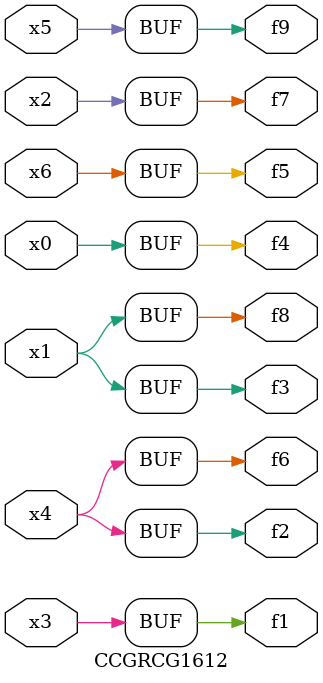
<source format=v>
module CCGRCG1612(
	input x0, x1, x2, x3, x4, x5, x6,
	output f1, f2, f3, f4, f5, f6, f7, f8, f9
);
	assign f1 = x3;
	assign f2 = x4;
	assign f3 = x1;
	assign f4 = x0;
	assign f5 = x6;
	assign f6 = x4;
	assign f7 = x2;
	assign f8 = x1;
	assign f9 = x5;
endmodule

</source>
